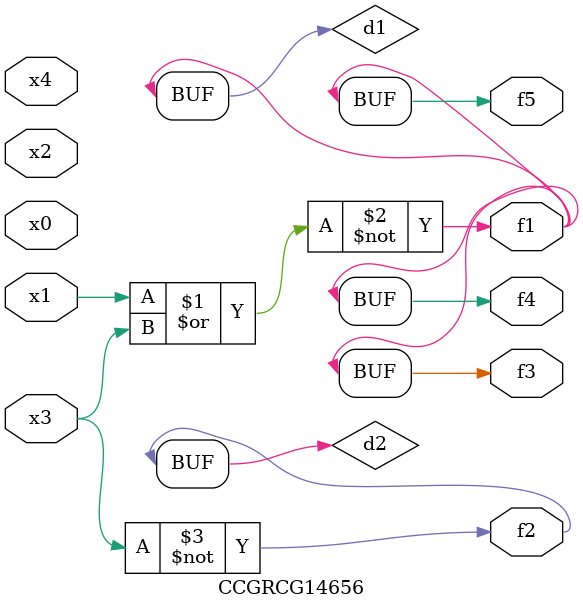
<source format=v>
module CCGRCG14656(
	input x0, x1, x2, x3, x4,
	output f1, f2, f3, f4, f5
);

	wire d1, d2;

	nor (d1, x1, x3);
	not (d2, x3);
	assign f1 = d1;
	assign f2 = d2;
	assign f3 = d1;
	assign f4 = d1;
	assign f5 = d1;
endmodule

</source>
